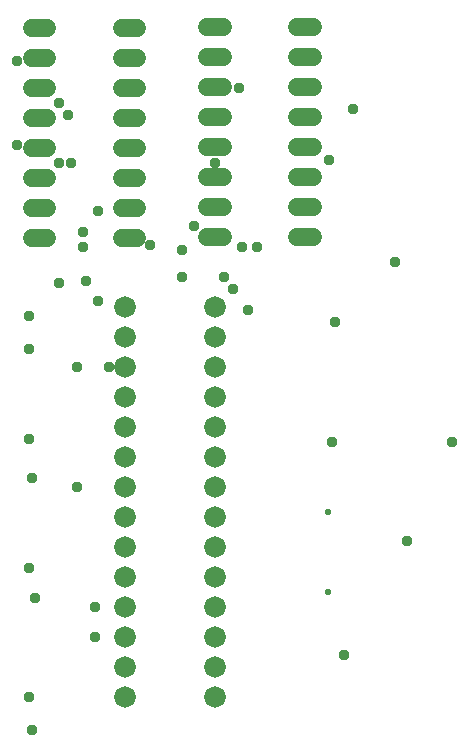
<source format=gbr>
G04 EAGLE Gerber X2 export*
%TF.Part,Single*%
%TF.FileFunction,Soldermask,Bot,1*%
%TF.FilePolarity,Negative*%
%TF.GenerationSoftware,Autodesk,EAGLE,8.6.3*%
%TF.CreationDate,2018-03-05T01:58:30Z*%
G75*
%MOMM*%
%FSLAX34Y34*%
%LPD*%
%AMOC8*
5,1,8,0,0,1.08239X$1,22.5*%
G01*
%ADD10C,1.524000*%
%ADD11C,0.553200*%
%ADD12C,1.828800*%
%ADD13C,0.959600*%


D10*
X580136Y720090D02*
X593344Y720090D01*
X593344Y694690D02*
X580136Y694690D01*
X580136Y567690D02*
X593344Y567690D01*
X593344Y542290D02*
X580136Y542290D01*
X580136Y669290D02*
X593344Y669290D01*
X593344Y643890D02*
X580136Y643890D01*
X580136Y593090D02*
X593344Y593090D01*
X593344Y618490D02*
X580136Y618490D01*
X656336Y542290D02*
X669544Y542290D01*
X669544Y567690D02*
X656336Y567690D01*
X656336Y593090D02*
X669544Y593090D01*
X669544Y618490D02*
X656336Y618490D01*
X656336Y643890D02*
X669544Y643890D01*
X669544Y669290D02*
X656336Y669290D01*
X656336Y694690D02*
X669544Y694690D01*
X669544Y720090D02*
X656336Y720090D01*
X444754Y718820D02*
X431546Y718820D01*
X431546Y693420D02*
X444754Y693420D01*
X444754Y566420D02*
X431546Y566420D01*
X431546Y541020D02*
X444754Y541020D01*
X444754Y668020D02*
X431546Y668020D01*
X431546Y642620D02*
X444754Y642620D01*
X444754Y591820D02*
X431546Y591820D01*
X431546Y617220D02*
X444754Y617220D01*
X507746Y541020D02*
X520954Y541020D01*
X520954Y566420D02*
X507746Y566420D01*
X507746Y591820D02*
X520954Y591820D01*
X520954Y617220D02*
X507746Y617220D01*
X507746Y642620D02*
X520954Y642620D01*
X520954Y668020D02*
X507746Y668020D01*
X507746Y693420D02*
X520954Y693420D01*
X520954Y718820D02*
X507746Y718820D01*
D11*
X682371Y309499D03*
X682371Y241681D03*
D12*
X586740Y152400D03*
X586740Y177800D03*
X586740Y203200D03*
X586740Y228600D03*
X586740Y254000D03*
X586740Y279400D03*
X586740Y304800D03*
X586740Y330200D03*
X586740Y355600D03*
X586740Y381000D03*
X586740Y406400D03*
X586740Y431800D03*
X586740Y457200D03*
X586740Y482600D03*
X510540Y482600D03*
X510540Y457200D03*
X510540Y431800D03*
X510540Y406400D03*
X510540Y381000D03*
X510540Y355600D03*
X510540Y330200D03*
X510540Y304800D03*
X510540Y279400D03*
X510540Y254000D03*
X510540Y228600D03*
X510540Y203200D03*
X510540Y177800D03*
X510540Y152400D03*
D13*
X787400Y368300D03*
X685800Y368300D03*
X695960Y187960D03*
X431800Y124460D03*
X434340Y236220D03*
X431800Y337820D03*
X429260Y447040D03*
X688340Y469900D03*
X739140Y520700D03*
X749300Y284480D03*
X703580Y650240D03*
X607060Y668020D03*
X683260Y607060D03*
X586740Y604520D03*
X462280Y645160D03*
X464820Y604520D03*
X454660Y655320D03*
X454660Y604520D03*
X454660Y502920D03*
X474980Y546100D03*
X429260Y370840D03*
X470126Y330200D03*
X429260Y474980D03*
X470126Y431800D03*
X429260Y261620D03*
X485140Y228600D03*
X429260Y152400D03*
X485140Y203200D03*
X558800Y530860D03*
X558800Y508000D03*
X594360Y508000D03*
X609600Y533400D03*
X601980Y497840D03*
X622300Y533400D03*
X614680Y480060D03*
X568960Y551180D03*
X419100Y619760D03*
X419100Y690880D03*
X477520Y504980D03*
X474980Y533400D03*
X497106Y431800D03*
X531789Y535011D03*
X487680Y487680D03*
X487680Y563880D03*
M02*

</source>
